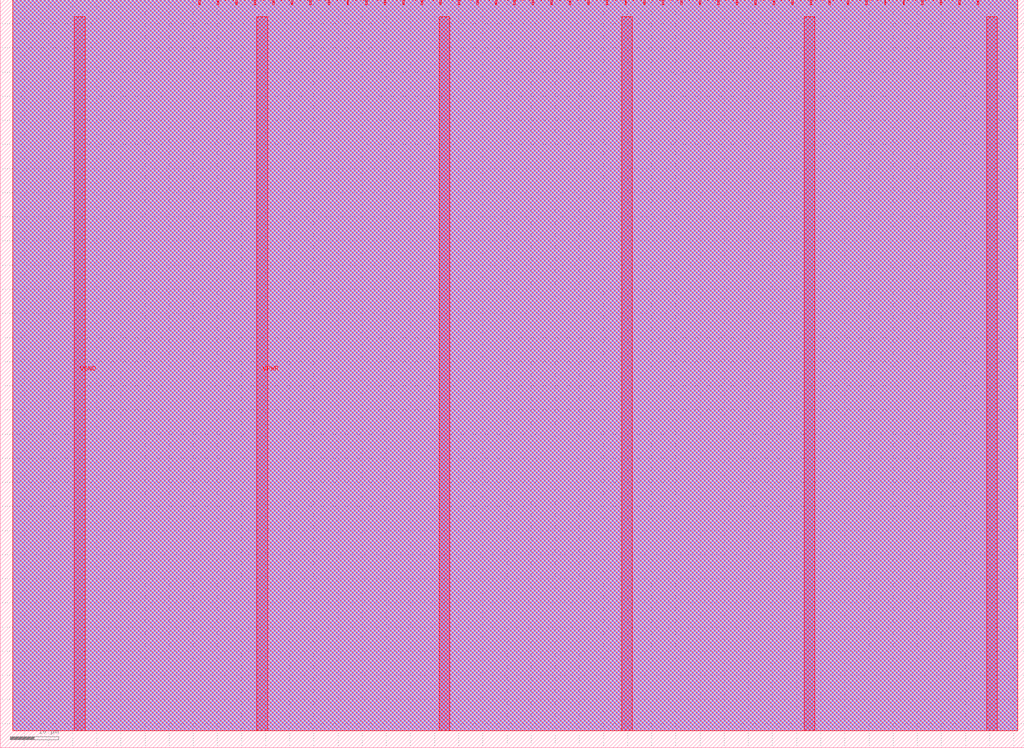
<source format=lef>
VERSION 5.8 ;
BUSBITCHARS "[]" ;
DIVIDERCHAR "/" ;
UNITS
    DATABASE MICRONS 1000 ;
END UNITS

VIA tt_um_rejunity_sn76489_via1_2_2200_440_1_5_410_410
  VIARULE via1Array ;
  CUTSIZE 0.19 0.19 ;
  LAYERS Metal1 Via1 Metal2 ;
  CUTSPACING 0.22 0.22 ;
  ENCLOSURE 0.01 0.125 0.05 0.005 ;
  ROWCOL 1 5 ;
END tt_um_rejunity_sn76489_via1_2_2200_440_1_5_410_410

VIA tt_um_rejunity_sn76489_via2_3_2200_440_1_5_410_410
  VIARULE via2Array ;
  CUTSIZE 0.19 0.19 ;
  LAYERS Metal2 Via2 Metal3 ;
  CUTSPACING 0.22 0.22 ;
  ENCLOSURE 0.05 0.005 0.005 0.05 ;
  ROWCOL 1 5 ;
END tt_um_rejunity_sn76489_via2_3_2200_440_1_5_410_410

VIA tt_um_rejunity_sn76489_via3_4_2200_440_1_5_410_410
  VIARULE via3Array ;
  CUTSIZE 0.19 0.19 ;
  LAYERS Metal3 Via3 Metal4 ;
  CUTSPACING 0.22 0.22 ;
  ENCLOSURE 0.005 0.05 0.05 0.005 ;
  ROWCOL 1 5 ;
END tt_um_rejunity_sn76489_via3_4_2200_440_1_5_410_410

VIA tt_um_rejunity_sn76489_via4_5_2200_440_1_5_410_410
  VIARULE via4Array ;
  CUTSIZE 0.19 0.19 ;
  LAYERS Metal4 Via4 Metal5 ;
  CUTSPACING 0.22 0.22 ;
  ENCLOSURE 0.05 0.005 0.185 0.05 ;
  ROWCOL 1 5 ;
END tt_um_rejunity_sn76489_via4_5_2200_440_1_5_410_410

MACRO tt_um_rejunity_sn76489
  FOREIGN tt_um_rejunity_sn76489 0 0 ;
  CLASS BLOCK ;
  SIZE 212.16 BY 154.98 ;
  PIN clk
    DIRECTION INPUT ;
    USE SIGNAL ;
    PORT
      LAYER Metal5 ;
        RECT  198.57 153.98 198.87 154.98 ;
    END
  END clk
  PIN ena
    DIRECTION INPUT ;
    USE SIGNAL ;
    PORT
      LAYER Metal5 ;
        RECT  202.41 153.98 202.71 154.98 ;
    END
  END ena
  PIN rst_n
    DIRECTION INPUT ;
    USE SIGNAL ;
    PORT
      LAYER Metal5 ;
        RECT  194.73 153.98 195.03 154.98 ;
    END
  END rst_n
  PIN ui_in[0]
    DIRECTION INPUT ;
    USE SIGNAL ;
    PORT
      LAYER Metal5 ;
        RECT  190.89 153.98 191.19 154.98 ;
    END
  END ui_in[0]
  PIN ui_in[1]
    DIRECTION INPUT ;
    USE SIGNAL ;
    PORT
      LAYER Metal5 ;
        RECT  187.05 153.98 187.35 154.98 ;
    END
  END ui_in[1]
  PIN ui_in[2]
    DIRECTION INPUT ;
    USE SIGNAL ;
    PORT
      LAYER Metal5 ;
        RECT  183.21 153.98 183.51 154.98 ;
    END
  END ui_in[2]
  PIN ui_in[3]
    DIRECTION INPUT ;
    USE SIGNAL ;
    PORT
      LAYER Metal5 ;
        RECT  179.37 153.98 179.67 154.98 ;
    END
  END ui_in[3]
  PIN ui_in[4]
    DIRECTION INPUT ;
    USE SIGNAL ;
    PORT
      LAYER Metal5 ;
        RECT  175.53 153.98 175.83 154.98 ;
    END
  END ui_in[4]
  PIN ui_in[5]
    DIRECTION INPUT ;
    USE SIGNAL ;
    PORT
      LAYER Metal5 ;
        RECT  171.69 153.98 171.99 154.98 ;
    END
  END ui_in[5]
  PIN ui_in[6]
    DIRECTION INPUT ;
    USE SIGNAL ;
    PORT
      LAYER Metal5 ;
        RECT  167.85 153.98 168.15 154.98 ;
    END
  END ui_in[6]
  PIN ui_in[7]
    DIRECTION INPUT ;
    USE SIGNAL ;
    PORT
      LAYER Metal5 ;
        RECT  164.01 153.98 164.31 154.98 ;
    END
  END ui_in[7]
  PIN uio_in[0]
    DIRECTION INPUT ;
    USE SIGNAL ;
    PORT
      LAYER Metal5 ;
        RECT  160.17 153.98 160.47 154.98 ;
    END
  END uio_in[0]
  PIN uio_in[1]
    DIRECTION INPUT ;
    USE SIGNAL ;
    PORT
      LAYER Metal5 ;
        RECT  156.33 153.98 156.63 154.98 ;
    END
  END uio_in[1]
  PIN uio_in[2]
    DIRECTION INPUT ;
    USE SIGNAL ;
    PORT
      LAYER Metal5 ;
        RECT  152.49 153.98 152.79 154.98 ;
    END
  END uio_in[2]
  PIN uio_in[3]
    DIRECTION INPUT ;
    USE SIGNAL ;
    PORT
      LAYER Metal5 ;
        RECT  148.65 153.98 148.95 154.98 ;
    END
  END uio_in[3]
  PIN uio_in[4]
    DIRECTION INPUT ;
    USE SIGNAL ;
    PORT
      LAYER Metal5 ;
        RECT  144.81 153.98 145.11 154.98 ;
    END
  END uio_in[4]
  PIN uio_in[5]
    DIRECTION INPUT ;
    USE SIGNAL ;
    PORT
      LAYER Metal5 ;
        RECT  140.97 153.98 141.27 154.98 ;
    END
  END uio_in[5]
  PIN uio_in[6]
    DIRECTION INPUT ;
    USE SIGNAL ;
    PORT
      LAYER Metal5 ;
        RECT  137.13 153.98 137.43 154.98 ;
    END
  END uio_in[6]
  PIN uio_in[7]
    DIRECTION INPUT ;
    USE SIGNAL ;
    PORT
      LAYER Metal5 ;
        RECT  133.29 153.98 133.59 154.98 ;
    END
  END uio_in[7]
  PIN uio_oe[0]
    DIRECTION OUTPUT ;
    USE SIGNAL ;
    PORT
      LAYER Metal5 ;
        RECT  68.01 153.98 68.31 154.98 ;
    END
  END uio_oe[0]
  PIN uio_oe[1]
    DIRECTION OUTPUT ;
    USE SIGNAL ;
    PORT
      LAYER Metal5 ;
        RECT  64.17 153.98 64.47 154.98 ;
    END
  END uio_oe[1]
  PIN uio_oe[2]
    DIRECTION OUTPUT ;
    USE SIGNAL ;
    PORT
      LAYER Metal5 ;
        RECT  60.33 153.98 60.63 154.98 ;
    END
  END uio_oe[2]
  PIN uio_oe[3]
    DIRECTION OUTPUT ;
    USE SIGNAL ;
    PORT
      LAYER Metal5 ;
        RECT  56.49 153.98 56.79 154.98 ;
    END
  END uio_oe[3]
  PIN uio_oe[4]
    DIRECTION OUTPUT ;
    USE SIGNAL ;
    PORT
      LAYER Metal5 ;
        RECT  52.65 153.98 52.95 154.98 ;
    END
  END uio_oe[4]
  PIN uio_oe[5]
    DIRECTION OUTPUT ;
    USE SIGNAL ;
    PORT
      LAYER Metal5 ;
        RECT  48.81 153.98 49.11 154.98 ;
    END
  END uio_oe[5]
  PIN uio_oe[6]
    DIRECTION OUTPUT ;
    USE SIGNAL ;
    PORT
      LAYER Metal5 ;
        RECT  44.97 153.98 45.27 154.98 ;
    END
  END uio_oe[6]
  PIN uio_oe[7]
    DIRECTION OUTPUT ;
    USE SIGNAL ;
    PORT
      LAYER Metal5 ;
        RECT  41.13 153.98 41.43 154.98 ;
    END
  END uio_oe[7]
  PIN uio_out[0]
    DIRECTION OUTPUT ;
    USE SIGNAL ;
    PORT
      LAYER Metal5 ;
        RECT  98.73 153.98 99.03 154.98 ;
    END
  END uio_out[0]
  PIN uio_out[1]
    DIRECTION OUTPUT ;
    USE SIGNAL ;
    PORT
      LAYER Metal5 ;
        RECT  94.89 153.98 95.19 154.98 ;
    END
  END uio_out[1]
  PIN uio_out[2]
    DIRECTION OUTPUT ;
    USE SIGNAL ;
    PORT
      LAYER Metal5 ;
        RECT  91.05 153.98 91.35 154.98 ;
    END
  END uio_out[2]
  PIN uio_out[3]
    DIRECTION OUTPUT ;
    USE SIGNAL ;
    PORT
      LAYER Metal5 ;
        RECT  87.21 153.98 87.51 154.98 ;
    END
  END uio_out[3]
  PIN uio_out[4]
    DIRECTION OUTPUT ;
    USE SIGNAL ;
    PORT
      LAYER Metal5 ;
        RECT  83.37 153.98 83.67 154.98 ;
    END
  END uio_out[4]
  PIN uio_out[5]
    DIRECTION OUTPUT ;
    USE SIGNAL ;
    PORT
      LAYER Metal5 ;
        RECT  79.53 153.98 79.83 154.98 ;
    END
  END uio_out[5]
  PIN uio_out[6]
    DIRECTION OUTPUT ;
    USE SIGNAL ;
    PORT
      LAYER Metal5 ;
        RECT  75.69 153.98 75.99 154.98 ;
    END
  END uio_out[6]
  PIN uio_out[7]
    DIRECTION OUTPUT ;
    USE SIGNAL ;
    PORT
      LAYER Metal5 ;
        RECT  71.85 153.98 72.15 154.98 ;
    END
  END uio_out[7]
  PIN uo_out[0]
    DIRECTION OUTPUT ;
    USE SIGNAL ;
    PORT
      LAYER Metal5 ;
        RECT  129.45 153.98 129.75 154.98 ;
    END
  END uo_out[0]
  PIN uo_out[1]
    DIRECTION OUTPUT ;
    USE SIGNAL ;
    PORT
      LAYER Metal5 ;
        RECT  125.61 153.98 125.91 154.98 ;
    END
  END uo_out[1]
  PIN uo_out[2]
    DIRECTION OUTPUT ;
    USE SIGNAL ;
    PORT
      LAYER Metal5 ;
        RECT  121.77 153.98 122.07 154.98 ;
    END
  END uo_out[2]
  PIN uo_out[3]
    DIRECTION OUTPUT ;
    USE SIGNAL ;
    PORT
      LAYER Metal5 ;
        RECT  117.93 153.98 118.23 154.98 ;
    END
  END uo_out[3]
  PIN uo_out[4]
    DIRECTION OUTPUT ;
    USE SIGNAL ;
    PORT
      LAYER Metal5 ;
        RECT  114.09 153.98 114.39 154.98 ;
    END
  END uo_out[4]
  PIN uo_out[5]
    DIRECTION OUTPUT ;
    USE SIGNAL ;
    PORT
      LAYER Metal5 ;
        RECT  110.25 153.98 110.55 154.98 ;
    END
  END uo_out[5]
  PIN uo_out[6]
    DIRECTION OUTPUT ;
    USE SIGNAL ;
    PORT
      LAYER Metal5 ;
        RECT  106.41 153.98 106.71 154.98 ;
    END
  END uo_out[6]
  PIN uo_out[7]
    DIRECTION OUTPUT ;
    USE SIGNAL ;
    PORT
      LAYER Metal5 ;
        RECT  102.57 153.98 102.87 154.98 ;
    END
  END uo_out[7]
  PIN VGND
    DIRECTION INOUT ;
    USE GROUND ;
    PORT
      LAYER Metal5 ;
        RECT  166.58 3.56 168.78 151.42 ;
        RECT  90.98 3.56 93.18 151.42 ;
        RECT  15.38 3.56 17.58 151.42 ;
    END
  END VGND
  PIN VPWR
    DIRECTION INOUT ;
    USE POWER ;
    PORT
      LAYER Metal5 ;
        RECT  204.38 3.56 206.58 151.42 ;
        RECT  128.78 3.56 130.98 151.42 ;
        RECT  53.18 3.56 55.38 151.42 ;
    END
  END VPWR
  OBS
    LAYER Metal1 ;
     RECT  2.605 3.56 210.865 154.98 ;
    LAYER Metal2 ;
     RECT  2.605 3.56 210.865 154.98 ;
    LAYER Metal3 ;
     RECT  2.605 3.56 210.865 154.98 ;
    LAYER Metal4 ;
     RECT  2.605 3.56 210.865 154.98 ;
    LAYER Metal5 ;
     RECT  2.605 3.56 210.865 154.98 ;
  END
END tt_um_rejunity_sn76489
END LIBRARY

</source>
